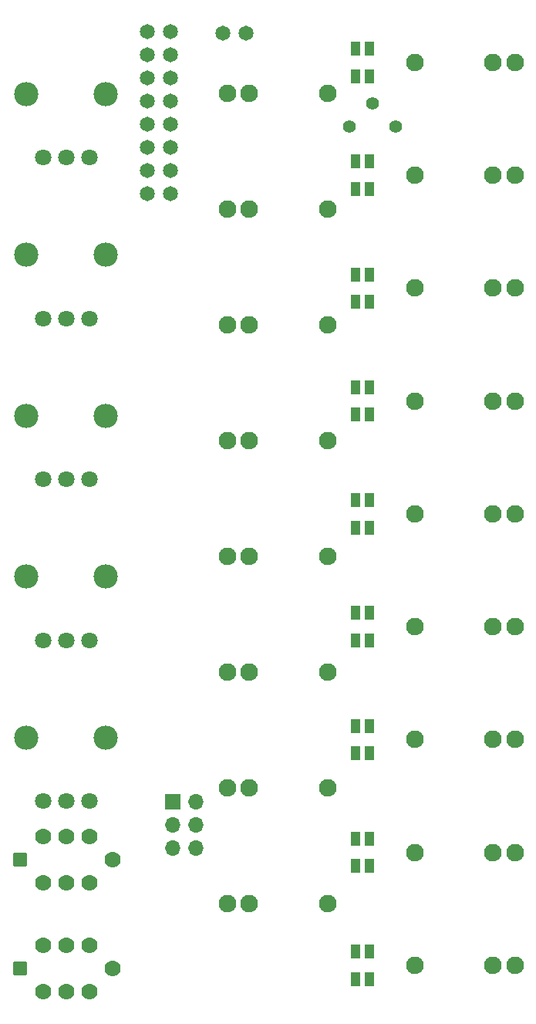
<source format=gbs>
G04 #@! TF.GenerationSoftware,KiCad,Pcbnew,(5.99.0-12261-ga2c28b18a8)*
G04 #@! TF.CreationDate,2021-10-12T13:44:06-07:00*
G04 #@! TF.ProjectId,SCMv3,53434d76-332e-46b6-9963-61645f706362,rev?*
G04 #@! TF.SameCoordinates,Original*
G04 #@! TF.FileFunction,Soldermask,Bot*
G04 #@! TF.FilePolarity,Negative*
%FSLAX46Y46*%
G04 Gerber Fmt 4.6, Leading zero omitted, Abs format (unit mm)*
G04 Created by KiCad (PCBNEW (5.99.0-12261-ga2c28b18a8)) date 2021-10-12 13:44:06*
%MOMM*%
%LPD*%
G01*
G04 APERTURE LIST*
G04 Aperture macros list*
%AMRoundRect*
0 Rectangle with rounded corners*
0 $1 Rounding radius*
0 $2 $3 $4 $5 $6 $7 $8 $9 X,Y pos of 4 corners*
0 Add a 4 corners polygon primitive as box body*
4,1,4,$2,$3,$4,$5,$6,$7,$8,$9,$2,$3,0*
0 Add four circle primitives for the rounded corners*
1,1,$1+$1,$2,$3*
1,1,$1+$1,$4,$5*
1,1,$1+$1,$6,$7*
1,1,$1+$1,$8,$9*
0 Add four rect primitives between the rounded corners*
20,1,$1+$1,$2,$3,$4,$5,0*
20,1,$1+$1,$4,$5,$6,$7,0*
20,1,$1+$1,$6,$7,$8,$9,0*
20,1,$1+$1,$8,$9,$2,$3,0*%
G04 Aperture macros list end*
%ADD10C,1.651000*%
%ADD11C,1.397000*%
%ADD12R,1.700000X1.700000*%
%ADD13O,1.700000X1.700000*%
%ADD14C,1.930400*%
%ADD15C,1.778000*%
%ADD16RoundRect,0.127000X0.635000X0.635000X-0.635000X0.635000X-0.635000X-0.635000X0.635000X-0.635000X0*%
%ADD17C,1.803400*%
%ADD18C,2.667000*%
%ADD19R,1.100000X1.500000*%
G04 APERTURE END LIST*
D10*
X16740000Y-2230000D03*
X19280000Y-2230000D03*
X16740000Y-4770000D03*
X19280000Y-4770000D03*
X16740000Y-7310000D03*
X19280000Y-7310000D03*
X16740000Y-9850000D03*
X19280000Y-9850000D03*
X16740000Y-12390000D03*
X19280000Y-12390000D03*
X16740000Y-14930000D03*
X19280000Y-14930000D03*
X16740000Y-17470000D03*
X19280000Y-17470000D03*
X16740000Y-20010000D03*
X19280000Y-20010000D03*
D11*
X38930000Y-12670000D03*
X41470000Y-10130000D03*
X44010000Y-12670000D03*
D12*
X19560000Y-86690000D03*
D13*
X22100000Y-86690000D03*
X19560000Y-89230000D03*
X22100000Y-89230000D03*
X19560000Y-91770000D03*
X22100000Y-91770000D03*
D10*
X27560000Y-2420000D03*
X25020000Y-2420000D03*
D14*
X46101000Y-17970500D03*
X57073800Y-17970500D03*
X54660800Y-17970500D03*
D15*
X5257800Y-90512900D03*
X7797800Y-90512900D03*
X10337800Y-90512900D03*
X5257800Y-95592900D03*
X7797800Y-95592900D03*
X10337800Y-95592900D03*
D16*
X2717800Y-93052900D03*
D15*
X12877800Y-93052900D03*
D14*
X36499800Y-9029700D03*
X25527000Y-9029700D03*
X27940000Y-9029700D03*
X36499800Y-34429700D03*
X25527000Y-34429700D03*
X27940000Y-34429700D03*
D17*
X10337637Y-51347943D03*
X7797637Y-51347943D03*
X5257637Y-51347943D03*
D18*
X12191837Y-44337543D03*
X3403437Y-44337543D03*
D19*
X39567420Y-90765500D03*
X39567420Y-93765500D03*
X41067420Y-93765500D03*
X41067420Y-90765500D03*
D14*
X46101000Y-30353000D03*
X57073800Y-30353000D03*
X54660800Y-30353000D03*
X46101000Y-42735500D03*
X57073800Y-42735500D03*
X54660800Y-42735500D03*
D17*
X10337637Y-33694943D03*
X7797637Y-33694943D03*
X5257637Y-33694943D03*
D18*
X12191837Y-26684543D03*
X3403437Y-26684543D03*
D17*
X10337637Y-86653943D03*
X7797637Y-86653943D03*
X5257637Y-86653943D03*
D18*
X12191837Y-79643543D03*
X3403437Y-79643543D03*
D14*
X46101000Y-104648000D03*
X57073800Y-104648000D03*
X54660800Y-104648000D03*
X36499800Y-72529700D03*
X25527000Y-72529700D03*
X27940000Y-72529700D03*
X36499800Y-97929700D03*
X25527000Y-97929700D03*
X27940000Y-97929700D03*
D15*
X5257800Y-102450900D03*
X7797800Y-102450900D03*
X10337800Y-102450900D03*
X5257800Y-107530900D03*
X7797800Y-107530900D03*
X10337800Y-107530900D03*
D16*
X2717800Y-104990900D03*
D15*
X12877800Y-104990900D03*
D14*
X46101000Y-5588000D03*
X57073800Y-5588000D03*
X54660800Y-5588000D03*
X36499800Y-59829700D03*
X25527000Y-59829700D03*
X27940000Y-59829700D03*
X46101000Y-92265500D03*
X57073800Y-92265500D03*
X54660800Y-92265500D03*
X46101000Y-67500500D03*
X57073800Y-67500500D03*
X54660800Y-67500500D03*
X36499800Y-47129700D03*
X25527000Y-47129700D03*
X27940000Y-47129700D03*
X36499800Y-85229700D03*
X25527000Y-85229700D03*
X27940000Y-85229700D03*
D19*
X39567420Y-41235500D03*
X39567420Y-44235500D03*
X41067420Y-44235500D03*
X41067420Y-41235500D03*
D17*
X10337637Y-69000943D03*
X7797637Y-69000943D03*
X5257637Y-69000943D03*
D18*
X12191837Y-61990543D03*
X3403437Y-61990543D03*
D19*
X39567420Y-4088000D03*
X39567420Y-7088000D03*
X41067420Y-7088000D03*
X41067420Y-4088000D03*
D17*
X10337637Y-16041943D03*
X7797637Y-16041943D03*
X5257637Y-16041943D03*
D18*
X12191837Y-9031543D03*
X3403437Y-9031543D03*
D19*
X39567420Y-28853000D03*
X39567420Y-31853000D03*
X41067420Y-31853000D03*
X41067420Y-28853000D03*
X39567420Y-66000500D03*
X39567420Y-69000500D03*
X41067420Y-69000500D03*
X41067420Y-66000500D03*
D14*
X46101000Y-79883000D03*
X57073800Y-79883000D03*
X54660800Y-79883000D03*
D19*
X39567420Y-16470500D03*
X39567420Y-19470500D03*
X41067420Y-19470500D03*
X41067420Y-16470500D03*
X39567420Y-53618000D03*
X39567420Y-56618000D03*
X41067420Y-56618000D03*
X41067420Y-53618000D03*
X39567420Y-78383000D03*
X39567420Y-81383000D03*
X41067420Y-81383000D03*
X41067420Y-78383000D03*
D14*
X46101000Y-55118000D03*
X57073800Y-55118000D03*
X54660800Y-55118000D03*
X36499800Y-21729700D03*
X25527000Y-21729700D03*
X27940000Y-21729700D03*
D19*
X39567420Y-103148000D03*
X39567420Y-106148000D03*
X41067420Y-106148000D03*
X41067420Y-103148000D03*
M02*

</source>
